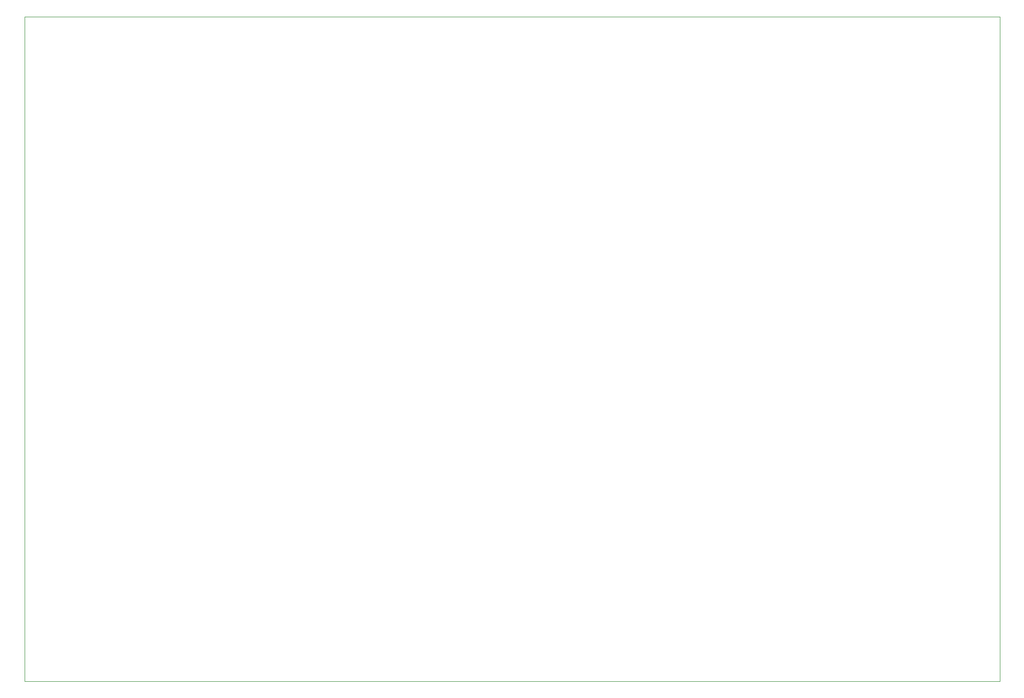
<source format=gbr>
%TF.GenerationSoftware,KiCad,Pcbnew,(5.1.6)-1*%
%TF.CreationDate,2020-09-23T00:55:53+02:00*%
%TF.ProjectId,ExtendedBoard,45787465-6e64-4656-9442-6f6172642e6b,rev?*%
%TF.SameCoordinates,Original*%
%TF.FileFunction,Profile,NP*%
%FSLAX46Y46*%
G04 Gerber Fmt 4.6, Leading zero omitted, Abs format (unit mm)*
G04 Created by KiCad (PCBNEW (5.1.6)-1) date 2020-09-23 00:55:53*
%MOMM*%
%LPD*%
G01*
G04 APERTURE LIST*
%TA.AperFunction,Profile*%
%ADD10C,0.050000*%
%TD*%
G04 APERTURE END LIST*
D10*
X91440000Y-162560000D02*
X91440000Y-48260000D01*
X259080000Y-162560000D02*
X91440000Y-162560000D01*
X259080000Y-48260000D02*
X259080000Y-162560000D01*
X91440000Y-48260000D02*
X259080000Y-48260000D01*
M02*

</source>
